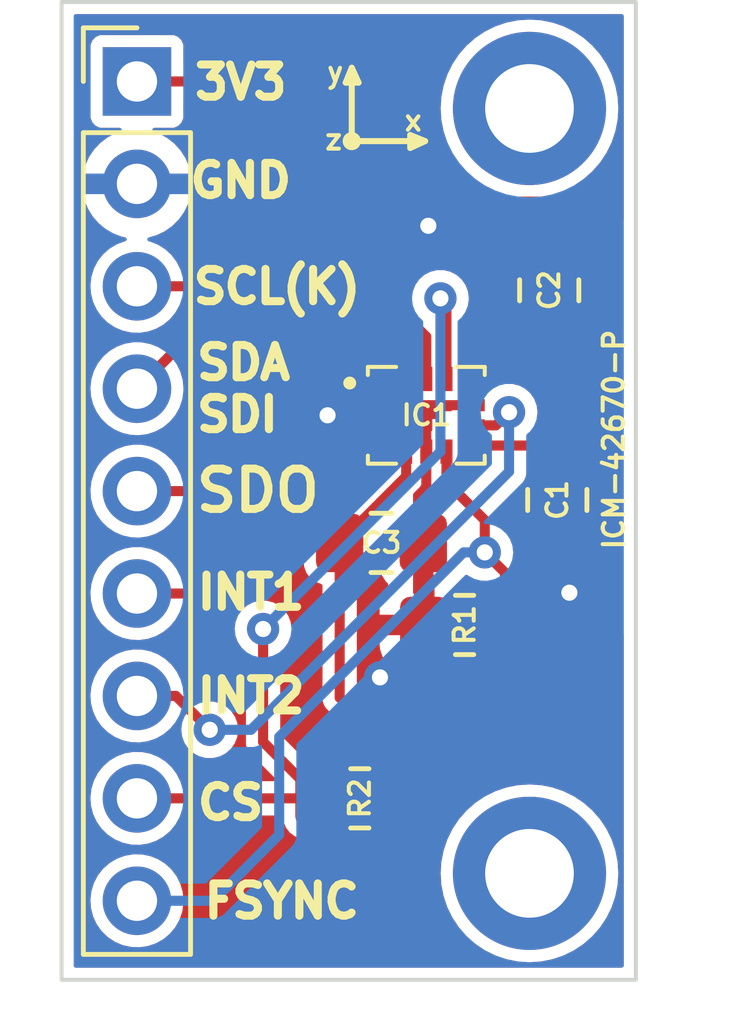
<source format=kicad_pcb>
(kicad_pcb (version 20211014) (generator pcbnew)
  (layers (0 "F.Cu" signal) (31 "B.Cu" signal) (34 "B.Paste" user) (35 "F.Paste" user) (36 "B.SilkS" user "B.Silkscreen") (37 "F.SilkS" user "F.Silkscreen") (38 "B.Mask" user) (39 "F.Mask" user) (44 "Edge.Cuts" user))
  (net 0 "")
  (net 1 "/VCC")
  (net 2 "GND")
  (net 3 "/SDO{slash}ADO")
  (net 4 "/INT1")
  (net 5 "/FSYNC")
  (net 6 "/INT2")
  (net 7 "/CS")
  (net 8 "/SCL{slash}SCLK")
  (net 9 "/SDA{slash}SDIO{slash}SDI")
  (footprint "Capacitor_SMD:C_0805_2012Metric_Pad1.18x1.45mm_HandSolder" (layer "F.Cu") (at 147.3 94.6 -90)
    (fp_text reference "C1" (at 0 0 90) (layer "F.SilkS") (effects (font (size 0.5 0.5) (thickness 0.1))))
    (fp_text value "0.1µF")
    (fp_line (start -0.261252 0.735) (end 0.261252 0.735) (layer "F.SilkS") (width 0.12))
    (fp_line (start -0.261252 -0.735) (end 0.261252 -0.735) (layer "F.SilkS") (width 0.12))
    (pad "1" smd roundrect (at -1.0375 0 270) (size 1.175 1.45) (layers "F.Cu" "F.Paste" "F.Mask") (roundrect_rratio 0.2127659574) (net 1 "/VCC"))
    (pad "2" smd roundrect (at 1.0375 0 270) (size 1.175 1.45) (layers "F.Cu" "F.Paste" "F.Mask") (roundrect_rratio 0.2127659574) (net 2 "GND"))
  )
  (footprint "Capacitor_SMD:C_0805_2012Metric_Pad1.18x1.45mm_HandSolder" (layer "F.Cu") (at 147.1 89.4 90)
    (fp_text reference "C2" (at 0.0025 0 90) (layer "F.SilkS") (effects (font (size 0.5 0.5) (thickness 0.1))))
    (fp_text value "2.2µF")
    (fp_line (start -0.261252 -0.735) (end 0.261252 -0.735) (layer "F.SilkS") (width 0.12))
    (fp_line (start -0.261252 0.735) (end 0.261252 0.735) (layer "F.SilkS") (width 0.12))
    (pad "1" smd roundrect (at -1.0375 0 90) (size 1.175 1.45) (layers "F.Cu" "F.Paste" "F.Mask") (roundrect_rratio 0.2127659574) (net 1 "/VCC"))
    (pad "2" smd roundrect (at 1.0375 0 90) (size 1.175 1.45) (layers "F.Cu" "F.Paste" "F.Mask") (roundrect_rratio 0.2127659574) (net 2 "GND"))
  )
  (footprint "Library:ICM42670P" (layer "F.Cu") (at 144.05 92.5)
    (fp_text reference "IC1" (at 0 0) (layer "F.SilkS") (effects (font (size 0.5 0.5) (thickness 0.1))))
    (fp_text value "ICM-42670-P")
    (fp_line (start -1.45 1.2) (end -1.45 1) (layer "F.SilkS") (width 0.1))
    (fp_line (start -1.45 1.2) (end -0.75 1.2) (layer "F.SilkS") (width 0.1))
    (fp_line (start 1.45 1) (end 1.45 1.2) (layer "F.SilkS") (width 0.1))
    (fp_line (start -1.45 -1) (end -1.45 -1.2) (layer "F.SilkS") (width 0.1))
    (fp_line (start 0.75 -1.2) (end 1.45 -1.2) (layer "F.SilkS") (width 0.1))
    (fp_line (start 1.45 -1) (end 1.45 -1.2) (layer "F.SilkS") (width 0.1))
    (fp_line (start -1.45 -1.2) (end -0.75 -1.2) (layer "F.SilkS") (width 0.1))
    (fp_line (start 1.45 1.2) (end 0.75 1.2) (layer "F.SilkS") (width 0.1))
    (fp_circle (center -1.9 -0.8) (end -1.8 -0.8) (layer "F.SilkS") (width 0.12) (fill solid))
    (pad "1" smd rect (at -1.15 -0.75) (size 0.6 0.3) (layers "F.Cu" "F.Paste" "F.Mask") (net 3 "/SDO{slash}ADO"))
    (pad "2" smd rect (at -1.15 -0.25) (size 0.6 0.3) (layers "F.Cu" "F.Paste" "F.Mask") (net 2 "GND"))
    (pad "3" smd rect (at -1.15 0.25) (size 0.6 0.3) (layers "F.Cu" "F.Paste" "F.Mask") (net 2 "GND"))
    (pad "4" smd rect (at -1.15 0.75) (size 0.6 0.3) (layers "F.Cu" "F.Paste" "F.Mask") (net 4 "/INT1"))
    (pad "5" smd rect (at -0.5 0.9 90) (size 0.6 0.3) (layers "F.Cu" "F.Paste" "F.Mask") (net 1 "/VCC"))
    (pad "6" smd rect (at 0 0.9 90) (size 0.6 0.3) (layers "F.Cu" "F.Paste" "F.Mask") (net 2 "GND"))
    (pad "7" smd rect (at 0.5 0.9 90) (size 0.6 0.3) (layers "F.Cu" "F.Paste" "F.Mask") (net 5 "/FSYNC"))
    (pad "8" smd rect (at 1.15 0.75) (size 0.6 0.3) (layers "F.Cu" "F.Paste" "F.Mask") (net 1 "/VCC"))
    (pad "9" smd rect (at 1.15 0.25) (size 0.6 0.3) (layers "F.Cu" "F.Paste" "F.Mask") (net 6 "/INT2"))
    (pad "10" smd rect (at 1.15 -0.25) (size 0.6 0.3) (layers "F.Cu" "F.Paste" "F.Mask") (net 2 "GND"))
    (pad "11" smd rect (at 1.15 -0.75) (size 0.6 0.3) (layers "F.Cu" "F.Paste" "F.Mask") (net 2 "GND"))
    (pad "12" smd rect (at 0.5 -0.9 90) (size 0.6 0.3) (layers "F.Cu" "F.Paste" "F.Mask") (net 7 "/CS"))
    (pad "13" smd rect (at 0 -0.9 90) (size 0.6 0.3) (layers "F.Cu" "F.Paste" "F.Mask") (net 8 "/SCL{slash}SCLK"))
    (pad "14" smd rect (at -0.5 -0.9 90) (size 0.6 0.3) (layers "F.Cu" "F.Paste" "F.Mask") (net 9 "/SDA{slash}SDIO{slash}SDI"))
  )
  (footprint "MountingHole:MountingHole_2.2mm_M2_DIN965_Pad_TopBottom" (layer "F.Cu") (at 146.61 103.86)
    (fp_text reference "H2" hide)
    (fp_text value "MountingHole")
    (pad "1" connect circle (at 0 0) (size 3.8 3.8) (layers "F.Cu" "F.Mask"))
    (pad "1" thru_hole circle (at 0 0) (size 2.6 2.6) (drill 2.2) (layers *.Cu *.Mask))
    (pad "1" connect circle (at 0 0) (size 3.8 3.8) (layers "B.Cu" "B.Mask"))
  )
  (footprint "MountingHole:MountingHole_2.2mm_M2_DIN965_Pad_TopBottom" (layer "F.Cu") (at 146.61 84.89)
    (fp_text reference "H1" hide)
    (fp_text value "MountingHole")
    (pad "1" connect circle (at 0 0) (size 3.8 3.8) (layers "F.Cu" "F.Mask"))
    (pad "1" thru_hole circle (at 0 0) (size 2.6 2.6) (drill 2.2) (layers *.Cu *.Mask))
    (pad "1" connect circle (at 0 0) (size 3.8 3.8) (layers "B.Cu" "B.Mask"))
  )
  (footprint "Resistor_SMD:R_0805_2012Metric_Pad1.20x1.40mm_HandSolder" (layer "F.Cu") (at 142.4 102)
    (fp_text reference "R2" (at 0 0 90) (layer "F.SilkS") (effects (font (size 0.5 0.5) (thickness 0.1))))
    (fp_text value "10k")
    (fp_line (start -0.227064 0.735) (end 0.227064 0.735) (layer "F.SilkS") (width 0.12))
    (fp_line (start -0.227064 -0.735) (end 0.227064 -0.735) (layer "F.SilkS") (width 0.12))
    (pad "1" smd roundrect (at -1 0) (size 1.2 1.4) (layers "F.Cu" "F.Paste" "F.Mask") (roundrect_rratio 0.2083333333) (net 7 "/CS"))
    (pad "2" smd roundrect (at 1 0) (size 1.2 1.4) (layers "F.Cu" "F.Paste" "F.Mask") (roundrect_rratio 0.2083333333) (net 1 "/VCC"))
  )
  (footprint "Connector_PinHeader_2.54mm:PinHeader_1x09_P2.54mm_Vertical" (layer "F.Cu") (at 136.87 84.22)
    (fp_text reference "J1" hide)
    (fp_text value "Conn_01x09_Male")
    (fp_line (start -1.33 1.27) (end 1.33 1.27) (layer "F.SilkS") (width 0.12))
    (fp_line (start -1.33 -1.33) (end 0 -1.33) (layer "F.SilkS") (width 0.12))
    (fp_line (start -1.33 0) (end -1.33 -1.33) (layer "F.SilkS") (width 0.12))
    (fp_line (start 1.33 1.27) (end 1.33 21.65) (layer "F.SilkS") (width 0.12))
    (fp_line (start -1.33 21.65) (end 1.33 21.65) (layer "F.SilkS") (width 0.12))
    (fp_line (start -1.33 1.27) (end -1.33 21.65) (layer "F.SilkS") (width 0.12))
    (pad "1" thru_hole rect (at 0 0) (size 1.7 1.7) (drill 1) (layers *.Cu *.Mask) (net 1 "/VCC"))
    (pad "2" thru_hole oval (at 0 2.54) (size 1.7 1.7) (drill 1) (layers *.Cu *.Mask) (net 2 "GND"))
    (pad "3" thru_hole oval (at 0 5.08) (size 1.7 1.7) (drill 1) (layers *.Cu *.Mask) (net 8 "/SCL{slash}SCLK"))
    (pad "4" thru_hole oval (at 0 7.62) (size 1.7 1.7) (drill 1) (layers *.Cu *.Mask) (net 9 "/SDA{slash}SDIO{slash}SDI"))
    (pad "5" thru_hole oval (at 0 10.16) (size 1.7 1.7) (drill 1) (layers *.Cu *.Mask) (net 3 "/SDO{slash}ADO"))
    (pad "6" thru_hole oval (at 0 12.7) (size 1.7 1.7) (drill 1) (layers *.Cu *.Mask) (net 4 "/INT1"))
    (pad "7" thru_hole oval (at 0 15.24) (size 1.7 1.7) (drill 1) (layers *.Cu *.Mask) (net 6 "/INT2"))
    (pad "8" thru_hole oval (at 0 17.78) (size 1.7 1.7) (drill 1) (layers *.Cu *.Mask) (net 7 "/CS"))
    (pad "9" thru_hole oval (at 0 20.32) (size 1.7 1.7) (drill 1) (layers *.Cu *.Mask) (net 5 "/FSYNC"))
  )
  (footprint "Capacitor_SMD:C_0805_2012Metric_Pad1.18x1.45mm_HandSolder" (layer "F.Cu") (at 142.9375 95.664)
    (fp_text reference "C3" (at 0 0) (layer "F.SilkS") (effects (font (size 0.5 0.5) (thickness 0.1))))
    (fp_text value "10nF")
    (fp_line (start -0.261252 0.735) (end 0.261252 0.735) (layer "F.SilkS") (width 0.12))
    (fp_line (start -0.261252 -0.735) (end 0.261252 -0.735) (layer "F.SilkS") (width 0.12))
    (pad "1" smd roundrect (at -1.0375 0) (size 1.175 1.45) (layers "F.Cu" "F.Paste" "F.Mask") (roundrect_rratio 0.2127659574) (net 1 "/VCC"))
    (pad "2" smd roundrect (at 1.0375 0) (size 1.175 1.45) (layers "F.Cu" "F.Paste" "F.Mask") (roundrect_rratio 0.2127659574) (net 2 "GND"))
  )
  (footprint "Resistor_SMD:R_0805_2012Metric_Pad1.20x1.40mm_HandSolder" (layer "F.Cu") (at 145 97.7 180)
    (fp_text reference "R1" (at 0 0 90) (layer "F.SilkS") (effects (font (size 0.5 0.5) (thickness 0.1))))
    (fp_text value "10k")
    (fp_line (start -0.227064 -0.735) (end 0.227064 -0.735) (layer "F.SilkS") (width 0.12))
    (fp_line (start -0.227064 0.735) (end 0.227064 0.735) (layer "F.SilkS") (width 0.12))
    (pad "1" smd roundrect (at -1 0 180) (size 1.2 1.4) (layers "F.Cu" "F.Paste" "F.Mask") (roundrect_rratio 0.2083333333) (net 5 "/FSYNC"))
    (pad "2" smd roundrect (at 1 0 180) (size 1.2 1.4) (layers "F.Cu" "F.Paste" "F.Mask") (roundrect_rratio 0.2083333333) (net 2 "GND"))
  )
  (gr_line (start 142.2 85.7) (end 144.02 85.7) (layer "F.SilkS") (width 0.15))
  (gr_line (start 142.05 84.25) (end 142.37 84.25) (layer "F.SilkS") (width 0.15))
  (gr_line (start 143.65 85.87) (end 144.02 85.7) (layer "F.SilkS") (width 0.15))
  (gr_line (start 143.65 85.55) (end 143.65 85.87) (layer "F.SilkS") (width 0.15))
  (gr_circle (center 142.2 85.7) (end 142.32 85.79) (layer "F.SilkS") (width 0.15) (fill none))
  (gr_line (start 142.37 84.25) (end 142.2 83.88) (layer "F.SilkS") (width 0.15))
  (gr_line (start 142.2 85.7) (end 142.2 83.88) (layer "F.SilkS") (width 0.15))
  (gr_line (start 142.2 83.88) (end 142.05 84.25) (layer "F.SilkS") (width 0.15))
  (gr_line (start 144.02 85.7) (end 143.65 85.55) (layer "F.SilkS") (width 0.15))
  (gr_rect (start 135 82.25) (end 149.25 106.5) (layer "Edge.Cuts") (width 0.1) (fill none))
  (gr_text "x" (at 143.724 85.192) (layer "F.SilkS") (effects (font (size 0.5 0.5) (thickness 0.1))))
  (gr_text "INT2" (at 139.7 99.46) (layer "F.SilkS") (effects (font (size 0.8 0.8) (thickness 0.2))))
  (gr_text "ICM-42670-P" (at 148.7 93.1 90) (layer "F.SilkS") (effects (font (size 0.5 0.5) (thickness 0.1))))
  (gr_text "CS" (at 139.192 102.108) (layer "F.SilkS") (effects (font (size 0.8 0.8) (thickness 0.2))))
  (gr_text "INT1" (at 139.7 96.89) (layer "F.SilkS") (effects (font (size 0.8 0.8) (thickness 0.2))))
  (gr_text "FSYNC" (at 140.462 104.55) (layer "F.SilkS") (effects (font (size 0.8 0.8) (thickness 0.2))))
  (gr_text "SCL(K)" (at 138.176 89.31) (layer "F.SilkS") (effects (font (size 0.8 0.8) (thickness 0.2)) (justify left)))
  (gr_text "3V3" (at 139.446 84.24) (layer "F.SilkS") (effects (font (size 0.8 0.8) (thickness 0.2))))
  (gr_text "GND" (at 139.446 86.68) (layer "F.SilkS") (effects (font (size 0.8 0.8) (thickness 0.2))))
  (gr_text "SDA\nSDI" (at 138.26 91.84) (layer "F.SilkS") (effects (font (size 0.8 0.8) (thickness 0.2)) (justify left)))
  (gr_text "y" (at 141.79 83.99) (layer "F.SilkS") (effects (font (size 0.5 0.5) (thickness 0.1))))
  (gr_text "z" (at 141.75 85.66) (layer "F.SilkS") (effects (font (size 0.5 0.5) (thickness 0.1))))
  (gr_text "SDO" (at 139.87 94.37) (layer "F.SilkS") (effects (font (size 1 1) (thickness 0.2))))
  (segment (start 148.5 87.9) (end 147.8 87.2) (width 0.25) (layer "F.Cu") (net 1))
  (segment (start 145.2 93.25) (end 146.9875 93.25) (width 0.25) (layer "F.Cu") (net 1))
  (segment (start 147.1 91.7) (end 147.4 92) (width 0.25) (layer "F.Cu") (net 1))
  (segment (start 148.5 91.5) (end 148.5 87.9) (width 0.25) (layer "F.Cu") (net 1))
  (segment (start 141.9 95.664) (end 143.55 94.014) (width 0.25) (layer "F.Cu") (net 1))
  (segment (start 141.9 99.5) (end 141.9 95.664) (width 0.25) (layer "F.Cu") (net 1))
  (segment (start 143.55 94.014) (end 143.55 93.4) (width 0.25) (layer "F.Cu") (net 1))
  (segment (start 147.4 93.4625) (end 147.3 93.5625) (width 0.25) (layer "F.Cu") (net 1))
  (segment (start 147.4 92) (end 147.4 93.4625) (width 0.25) (layer "F.Cu") (net 1))
  (segment (start 145 87.2) (end 142.02 84.22) (width 0.25) (layer "F.Cu") (net 1))
  (segment (start 145.2 101) (end 143.4 101) (width 0.25) (layer "F.Cu") (net 1))
  (segment (start 148.5 92) (end 148.5 91.5) (width 0.25) (layer "F.Cu") (net 1))
  (segment (start 148.5 97.7) (end 148.5 92) (width 0.25) (layer "F.Cu") (net 1))
  (segment (start 148.5 97.7) (end 145.2 101) (width 0.25) (layer "F.Cu") (net 1))
  (segment (start 143.4 101) (end 141.9 99.5) (width 0.25) (layer "F.Cu") (net 1))
  (segment (start 146.9875 93.25) (end 147.3 93.5625) (width 0.25) (layer "F.Cu") (net 1))
  (segment (start 147.1 90.4375) (end 147.1 91.7) (width 0.25) (layer "F.Cu") (net 1))
  (segment (start 147.4 92) (end 148.5 92) (width 0.25) (layer "F.Cu") (net 1))
  (segment (start 143.4 102) (end 143.4 101) (width 0.25) (layer "F.Cu") (net 1))
  (segment (start 142.02 84.22) (end 136.87 84.22) (width 0.25) (layer "F.Cu") (net 1))
  (segment (start 147.8 87.2) (end 145 87.2) (width 0.25) (layer "F.Cu") (net 1))
  (segment (start 141.85 92.75) (end 141.6 92.5) (width 0.25) (layer "F.Cu") (net 2))
  (segment (start 145.2 91.75) (end 145.2 90.2) (width 0.25) (layer "F.Cu") (net 2))
  (segment (start 143.06 86.76) (end 136.87 86.76) (width 0.25) (layer "F.Cu") (net 2))
  (segment (start 145.2 90.2) (end 147.0375 88.3625) (width 0.25) (layer "F.Cu") (net 2))
  (segment (start 143.975 97.675) (end 144 97.7) (width 0.25) (layer "F.Cu") (net 2))
  (segment (start 143.975 95.664) (end 143.975 97.675) (width 0.25) (layer "F.Cu") (net 2))
  (segment (start 147.3 96.6) (end 147.6 96.9) (width 0.25) (layer "F.Cu") (net 2))
  (segment (start 142.9 92.25) (end 144.05 92.25) (width 0.25) (layer "F.Cu") (net 2))
  (segment (start 144.05 92.25) (end 145.2 92.25) (width 0.25) (layer "F.Cu") (net 2))
  (segment (start 144.1 87.8) (end 143.06 86.76) (width 0.25) (layer "F.Cu") (net 2))
  (segment (start 142.9 92.75) (end 142.9 92.25) (width 0.25) (layer "F.Cu") (net 2))
  (segment (start 144.1 87.8) (end 146.5375 87.8) (width 0.25) (layer "F.Cu") (net 2))
  (segment (start 142.9 92.75) (end 141.85 92.75) (width 0.25) (layer "F.Cu") (net 2))
  (segment (start 144.05 95.589) (end 144.05 93.4) (width 0.25) (layer "F.Cu") (net 2))
  (segment (start 143.975 95.664) (end 144.05 95.589) (width 0.25) (layer "F.Cu") (net 2))
  (segment (start 142.9 98.8) (end 144 97.7) (width 0.25) (layer "F.Cu") (net 2))
  (segment (start 147.3 95.6375) (end 147.3 96.6) (width 0.25) (layer "F.Cu") (net 2))
  (segment (start 142.9 99) (end 142.9 98.8) (width 0.25) (layer "F.Cu") (net 2))
  (segment (start 146.5375 87.8) (end 147.1 88.3625) (width 0.25) (layer "F.Cu") (net 2))
  (segment (start 145.2 92.25) (end 145.2 91.75) (width 0.25) (layer "F.Cu") (net 2))
  (segment (start 147.0375 88.3625) (end 147.1 88.3625) (width 0.25) (layer "F.Cu") (net 2))
  (segment (start 144.05 93.4) (end 144.05 92.25) (width 0.25) (layer "F.Cu") (net 2))
  (via (at 142.9 99) (size 0.8) (drill 0.4) (layers "F.Cu" "B.Cu") (net 2))
  (via (at 144.1 87.8) (size 0.8) (drill 0.4) (layers "F.Cu" "B.Cu") (net 2))
  (via (at 147.6 96.9) (size 0.8) (drill 0.4) (layers "F.Cu" "B.Cu") (net 2))
  (via (at 141.6 92.5) (size 0.8) (drill 0.4) (layers "F.Cu" "B.Cu") (net 2))
  (segment (start 147.6 96.9) (end 145.5 99) (width 0.25) (layer "B.Cu") (net 2))
  (segment (start 145.5 99) (end 142.9 99) (width 0.25) (layer "B.Cu") (net 2))
  (segment (start 142.9 91.75) (end 140.85 91.75) (width 0.25) (layer "F.Cu") (net 3))
  (segment (start 140.85 91.75) (end 138.22 94.38) (width 0.25) (layer "F.Cu") (net 3))
  (segment (start 138.22 94.38) (end 136.87 94.38) (width 0.25) (layer "F.Cu") (net 3))
  (segment (start 141.25 93.25) (end 139.5 95) (width 0.25) (layer "F.Cu") (net 4))
  (segment (start 139.5 95) (end 139.5 95.7) (width 0.25) (layer "F.Cu") (net 4))
  (segment (start 139.5 95.7) (end 138.28 96.92) (width 0.25) (layer "F.Cu") (net 4))
  (segment (start 138.28 96.92) (end 136.87 96.92) (width 0.25) (layer "F.Cu") (net 4))
  (segment (start 142.9 93.25) (end 141.25 93.25) (width 0.25) (layer "F.Cu") (net 4))
  (segment (start 145.5 95.1) (end 145.5 95.9) (width 0.25) (layer "F.Cu") (net 5))
  (segment (start 146 97.7) (end 146 96.4) (width 0.25) (layer "F.Cu") (net 5))
  (segment (start 144.55 93.4) (end 144.55 94.15) (width 0.25) (layer "F.Cu") (net 5))
  (segment (start 144.55 94.15) (end 145.5 95.1) (width 0.25) (layer "F.Cu") (net 5))
  (segment (start 146 96.4) (end 145.5 95.9) (width 0.25) (layer "F.Cu") (net 5))
  (via (at 145.5 95.9) (size 0.8) (drill 0.4) (layers "F.Cu" "B.Cu") (net 5))
  (segment (start 140.4 100.475386) (end 140.4 102.9) (width 0.25) (layer "B.Cu") (net 5))
  (segment (start 138.76 104.54) (end 136.87 104.54) (width 0.25) (layer "B.Cu") (net 5))
  (segment (start 144.975386 95.9) (end 140.4 100.475386) (width 0.25) (layer "B.Cu") (net 5))
  (segment (start 140.4 102.9) (end 138.76 104.54) (width 0.25) (layer "B.Cu") (net 5))
  (segment (start 145.5 95.9) (end 144.975386 95.9) (width 0.25) (layer "B.Cu") (net 5))
  (segment (start 146.103165 92.422891) (end 145.776056 92.75) (width 0.25) (layer "F.Cu") (net 6))
  (segment (start 136.87 99.46) (end 137.8355 99.46) (width 0.25) (layer "F.Cu") (net 6))
  (segment (start 137.8355 99.46) (end 138.6755 100.3) (width 0.25) (layer "F.Cu") (net 6))
  (segment (start 145.776056 92.75) (end 145.2 92.75) (width 0.25) (layer "F.Cu") (net 6))
  (via (at 146.103165 92.422891) (size 0.8) (drill 0.4) (layers "F.Cu" "B.Cu") (net 6))
  (via (at 138.6755 100.3) (size 0.8) (drill 0.4) (layers "F.Cu" "B.Cu") (net 6))
  (segment (start 143 97) (end 146.103165 93.896835) (width 0.25) (layer "B.Cu") (net 6))
  (segment (start 139.7 100.3) (end 143 97) (width 0.25) (layer "B.Cu") (net 6))
  (segment (start 138.6755 100.3) (end 139.7 100.3) (width 0.25) (layer "B.Cu") (net 6))
  (segment (start 146.103165 93.896835) (end 146.103165 92.422891) (width 0.25) (layer "B.Cu") (net 6))
  (segment (start 140 100.6) (end 140 97.8) (width 0.25) (layer "F.Cu") (net 7))
  (segment (start 141.4 102) (end 140 100.6) (width 0.25) (layer "F.Cu") (net 7))
  (segment (start 144.4 89.6) (end 144.55 89.75) (width 0.25) (layer "F.Cu") (net 7))
  (segment (start 141.4 102) (end 136.87 102) (width 0.25) (layer "F.Cu") (net 7))
  (segment (start 144.55 89.75) (end 144.55 91.6) (width 0.25) (layer "F.Cu") (net 7))
  (via (at 144.4 89.6) (size 0.8) (drill 0.4) (layers "F.Cu" "B.Cu") (net 7))
  (via (at 140 97.8) (size 0.8) (drill 0.4) (layers "F.Cu" "B.Cu") (net 7))
  (segment (start 140 97.8) (end 144.4 93.4) (width 0.25) (layer "B.Cu") (net 7))
  (segment (start 144.4 93.4) (end 144.4 89.6) (width 0.25) (layer "B.Cu") (net 7))
  (segment (start 142.8 89.3) (end 144.05 90.55) (width 0.25) (layer "F.Cu") (net 8))
  (segment (start 144.05 90.55) (end 144.05 91.6) (width 0.25) (layer "F.Cu") (net 8))
  (segment (start 136.87 89.3) (end 142.8 89.3) (width 0.25) (layer "F.Cu") (net 8))
  (segment (start 143.55 91.6) (end 143.55 91.45) (width 0.25) (layer "F.Cu") (net 9))
  (segment (start 138.21 90.5) (end 136.87 91.84) (width 0.25) (layer "F.Cu") (net 9))
  (segment (start 143.55 91.45) (end 142.6 90.5) (width 0.25) (layer "F.Cu") (net 9))
  (segment (start 142.6 90.5) (end 138.21 90.5) (width 0.25) (layer "F.Cu") (net 9))
  (zone (net 2) (net_name "GND") (layers F&B.Cu) (connect_pads (clearance 0.3)) (min_thickness 0.1) (fill yes (thermal_gap 0.508) (thermal_bridge_width 0.508))
    (polygon (pts (xy 149.25 106.5) (xy 135 106.5) (xy 135 82.25) (xy 149.25 82.25)))
  )
)
</source>
